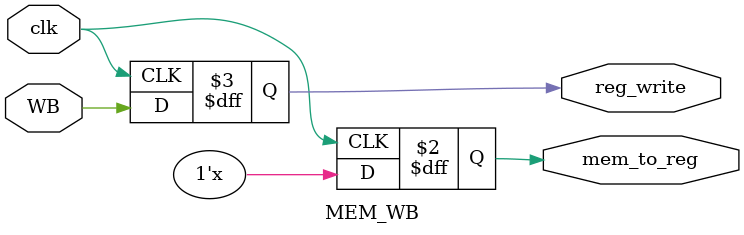
<source format=v>
`timescale 1ns / 1ps

module MEM_WB(
    input       clk,
    input       WB,
    output      mem_to_reg,
    output      reg_write
    );

always @(posedge clk) begin
    mem_to_reg=WB[1];
    reg_write=WB[0];
end

endmodule

</source>
